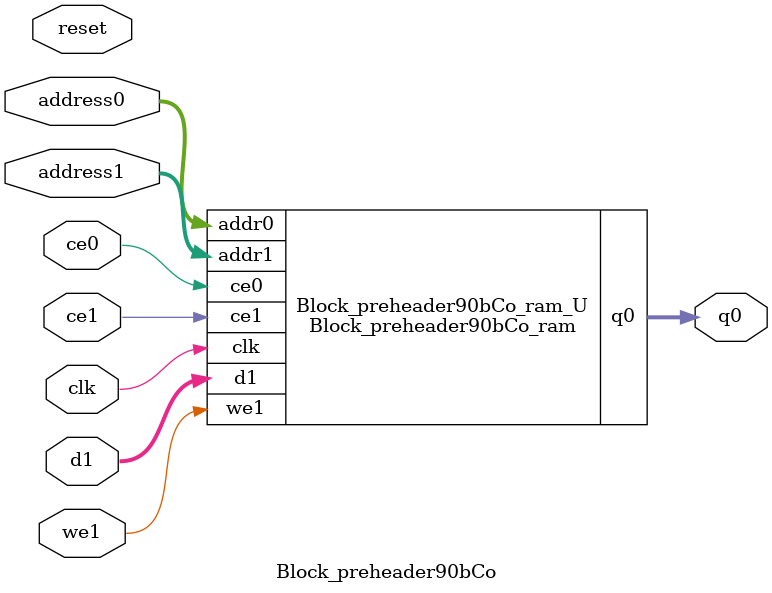
<source format=v>
`timescale 1 ns / 1 ps
module Block_preheader90bCo_ram (addr0, ce0, q0, addr1, ce1, d1, we1,  clk);

parameter DWIDTH = 4;
parameter AWIDTH = 7;
parameter MEM_SIZE = 82;

input[AWIDTH-1:0] addr0;
input ce0;
output reg[DWIDTH-1:0] q0;
input[AWIDTH-1:0] addr1;
input ce1;
input[DWIDTH-1:0] d1;
input we1;
input clk;

(* ram_style = "distributed" *)reg [DWIDTH-1:0] ram[0:MEM_SIZE-1];




always @(posedge clk)  
begin 
    if (ce0) begin
        q0 <= ram[addr0];
    end
end


always @(posedge clk)  
begin 
    if (ce1) begin
        if (we1) 
            ram[addr1] <= d1; 
    end
end


endmodule

`timescale 1 ns / 1 ps
module Block_preheader90bCo(
    reset,
    clk,
    address0,
    ce0,
    q0,
    address1,
    ce1,
    we1,
    d1);

parameter DataWidth = 32'd4;
parameter AddressRange = 32'd82;
parameter AddressWidth = 32'd7;
input reset;
input clk;
input[AddressWidth - 1:0] address0;
input ce0;
output[DataWidth - 1:0] q0;
input[AddressWidth - 1:0] address1;
input ce1;
input we1;
input[DataWidth - 1:0] d1;



Block_preheader90bCo_ram Block_preheader90bCo_ram_U(
    .clk( clk ),
    .addr0( address0 ),
    .ce0( ce0 ),
    .q0( q0 ),
    .addr1( address1 ),
    .ce1( ce1 ),
    .we1( we1 ),
    .d1( d1 ));

endmodule


</source>
